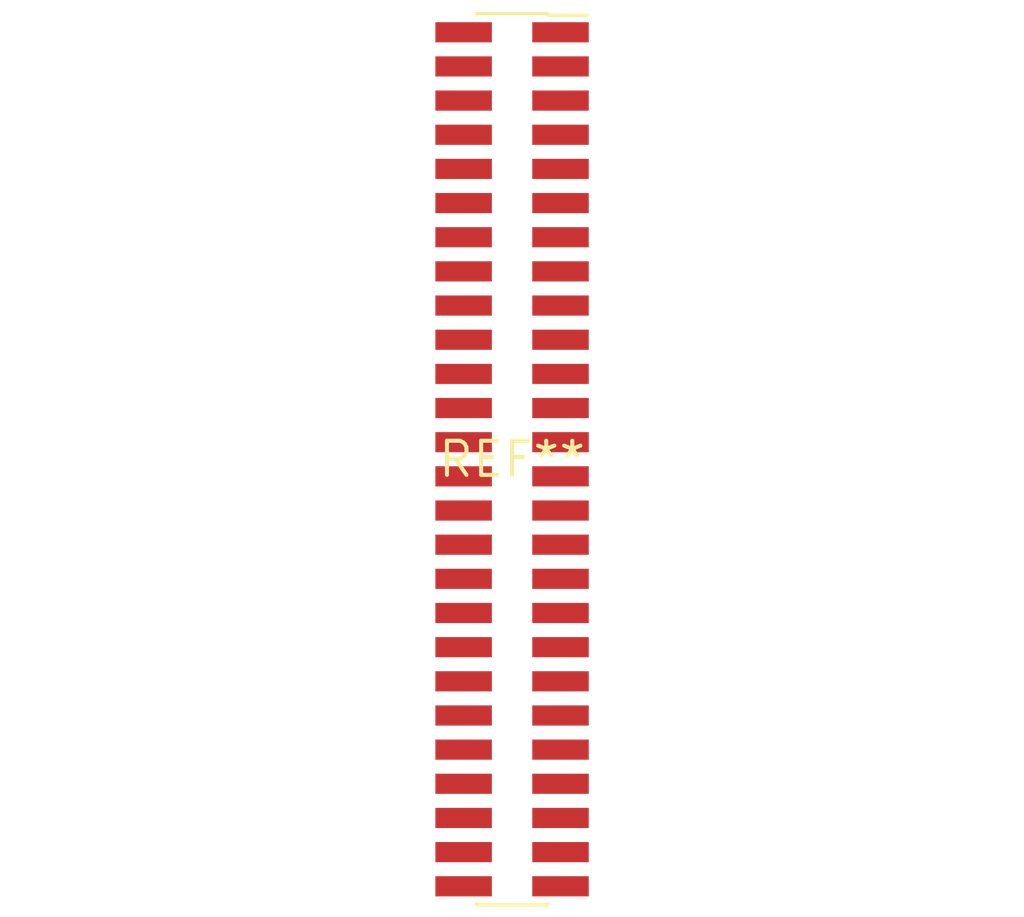
<source format=kicad_pcb>
(kicad_pcb (version 20240108) (generator pcbnew)
  (layers (0 "F.Cu" signal) (31 "B.Cu" signal) (34 "B.Paste" user) (35 "F.Paste" user) (36 "B.SilkS" user "B.Silkscreen") (37 "F.SilkS" user "F.Silkscreen") (38 "B.Mask" user) (39 "F.Mask" user) (44 "Edge.Cuts" user))
  (net 0 "")
  (footprint "PinSocket_2x26_P1.27mm_Vertical_SMD" (layer "F.Cu") (at 0 0)
    (property "Reference" "REF**")
    (property "Value" "PinSocket_2x26_P1.27mm_Vertical_SMD")
    (fp_line (start -1.33 -16.57) (end -1.33 -16.51) (layer "F.SilkS") (stroke (width 0.12)))
    (fp_line (start -1.33 -16.57) (end 1.33 -16.57) (layer "F.SilkS") (stroke (width 0.12)))
    (fp_line (start -1.33 16.51) (end -1.33 16.57) (layer "F.SilkS") (stroke (width 0.12)))
    (fp_line (start -1.33 16.57) (end 1.33 16.57) (layer "F.SilkS") (stroke (width 0.12)))
    (fp_line (start 1.33 -16.57) (end 1.33 -16.51) (layer "F.SilkS") (stroke (width 0.12)))
    (fp_line (start 1.33 -16.51) (end 2.79 -16.51) (layer "F.SilkS") (stroke (width 0.12)))
    (fp_line (start 1.33 16.51) (end 1.33 16.57) (layer "F.SilkS") (stroke (width 0.12)))
    (pad "1" smd rect (at 1.8 -15.875) (size 2.1 0.75) (layers "F.Cu" "F.Paste" "F.Mask"))
    (pad "2" smd rect (at -1.8 -15.875) (size 2.1 0.75) (layers "F.Cu" "F.Paste" "F.Mask"))
    (pad "3" smd rect (at 1.8 -14.605) (size 2.1 0.75) (layers "F.Cu" "F.Paste" "F.Mask"))
    (pad "4" smd rect (at -1.8 -14.605) (size 2.1 0.75) (layers "F.Cu" "F.Paste" "F.Mask"))
    (pad "5" smd rect (at 1.8 -13.335) (size 2.1 0.75) (layers "F.Cu" "F.Paste" "F.Mask"))
    (pad "6" smd rect (at -1.8 -13.335) (size 2.1 0.75) (layers "F.Cu" "F.Paste" "F.Mask"))
    (pad "7" smd rect (at 1.8 -12.065) (size 2.1 0.75) (layers "F.Cu" "F.Paste" "F.Mask"))
    (pad "8" smd rect (at -1.8 -12.065) (size 2.1 0.75) (layers "F.Cu" "F.Paste" "F.Mask"))
    (pad "9" smd rect (at 1.8 -10.795) (size 2.1 0.75) (layers "F.Cu" "F.Paste" "F.Mask"))
    (pad "10" smd rect (at -1.8 -10.795) (size 2.1 0.75) (layers "F.Cu" "F.Paste" "F.Mask"))
    (pad "11" smd rect (at 1.8 -9.525) (size 2.1 0.75) (layers "F.Cu" "F.Paste" "F.Mask"))
    (pad "12" smd rect (at -1.8 -9.525) (size 2.1 0.75) (layers "F.Cu" "F.Paste" "F.Mask"))
    (pad "13" smd rect (at 1.8 -8.255) (size 2.1 0.75) (layers "F.Cu" "F.Paste" "F.Mask"))
    (pad "14" smd rect (at -1.8 -8.255) (size 2.1 0.75) (layers "F.Cu" "F.Paste" "F.Mask"))
    (pad "15" smd rect (at 1.8 -6.985) (size 2.1 0.75) (layers "F.Cu" "F.Paste" "F.Mask"))
    (pad "16" smd rect (at -1.8 -6.985) (size 2.1 0.75) (layers "F.Cu" "F.Paste" "F.Mask"))
    (pad "17" smd rect (at 1.8 -5.715) (size 2.1 0.75) (layers "F.Cu" "F.Paste" "F.Mask"))
    (pad "18" smd rect (at -1.8 -5.715) (size 2.1 0.75) (layers "F.Cu" "F.Paste" "F.Mask"))
    (pad "19" smd rect (at 1.8 -4.445) (size 2.1 0.75) (layers "F.Cu" "F.Paste" "F.Mask"))
    (pad "20" smd rect (at -1.8 -4.445) (size 2.1 0.75) (layers "F.Cu" "F.Paste" "F.Mask"))
    (pad "21" smd rect (at 1.8 -3.175) (size 2.1 0.75) (layers "F.Cu" "F.Paste" "F.Mask"))
    (pad "22" smd rect (at -1.8 -3.175) (size 2.1 0.75) (layers "F.Cu" "F.Paste" "F.Mask"))
    (pad "23" smd rect (at 1.8 -1.905) (size 2.1 0.75) (layers "F.Cu" "F.Paste" "F.Mask"))
    (pad "24" smd rect (at -1.8 -1.905) (size 2.1 0.75) (layers "F.Cu" "F.Paste" "F.Mask"))
    (pad "25" smd rect (at 1.8 -0.635) (size 2.1 0.75) (layers "F.Cu" "F.Paste" "F.Mask"))
    (pad "26" smd rect (at -1.8 -0.635) (size 2.1 0.75) (layers "F.Cu" "F.Paste" "F.Mask"))
    (pad "27" smd rect (at 1.8 0.635) (size 2.1 0.75) (layers "F.Cu" "F.Paste" "F.Mask"))
    (pad "28" smd rect (at -1.8 0.635) (size 2.1 0.75) (layers "F.Cu" "F.Paste" "F.Mask"))
    (pad "29" smd rect (at 1.8 1.905) (size 2.1 0.75) (layers "F.Cu" "F.Paste" "F.Mask"))
    (pad "30" smd rect (at -1.8 1.905) (size 2.1 0.75) (layers "F.Cu" "F.Paste" "F.Mask"))
    (pad "31" smd rect (at 1.8 3.175) (size 2.1 0.75) (layers "F.Cu" "F.Paste" "F.Mask"))
    (pad "32" smd rect (at -1.8 3.175) (size 2.1 0.75) (layers "F.Cu" "F.Paste" "F.Mask"))
    (pad "33" smd rect (at 1.8 4.445) (size 2.1 0.75) (layers "F.Cu" "F.Paste" "F.Mask"))
    (pad "34" smd rect (at -1.8 4.445) (size 2.1 0.75) (layers "F.Cu" "F.Paste" "F.Mask"))
    (pad "35" smd rect (at 1.8 5.715) (size 2.1 0.75) (layers "F.Cu" "F.Paste" "F.Mask"))
    (pad "36" smd rect (at -1.8 5.715) (size 2.1 0.75) (layers "F.Cu" "F.Paste" "F.Mask"))
    (pad "37" smd rect (at 1.8 6.985) (size 2.1 0.75) (layers "F.Cu" "F.Paste" "F.Mask"))
    (pad "38" smd rect (at -1.8 6.985) (size 2.1 0.75) (layers "F.Cu" "F.Paste" "F.Mask"))
    (pad "39" smd rect (at 1.8 8.255) (size 2.1 0.75) (layers "F.Cu" "F.Paste" "F.Mask"))
    (pad "40" smd rect (at -1.8 8.255) (size 2.1 0.75) (layers "F.Cu" "F.Paste" "F.Mask"))
    (pad "41" smd rect (at 1.8 9.525) (size 2.1 0.75) (layers "F.Cu" "F.Paste" "F.Mask"))
    (pad "42" smd rect (at -1.8 9.525) (size 2.1 0.75) (layers "F.Cu" "F.Paste" "F.Mask"))
    (pad "43" smd rect (at 1.8 10.795) (size 2.1 0.75) (layers "F.Cu" "F.Paste" "F.Mask"))
    (pad "44" smd rect (at -1.8 10.795) (size 2.1 0.75) (layers "F.Cu" "F.Paste" "F.Mask"))
    (pad "45" smd rect (at 1.8 12.065) (size 2.1 0.75) (layers "F.Cu" "F.Paste" "F.Mask"))
    (pad "46" smd rect (at -1.8 12.065) (size 2.1 0.75) (layers "F.Cu" "F.Paste" "F.Mask"))
    (pad "47" smd rect (at 1.8 13.335) (size 2.1 0.75) (layers "F.Cu" "F.Paste" "F.Mask"))
    (pad "48" smd rect (at -1.8 13.335) (size 2.1 0.75) (layers "F.Cu" "F.Paste" "F.Mask"))
    (pad "49" smd rect (at 1.8 14.605) (size 2.1 0.75) (layers "F.Cu" "F.Paste" "F.Mask"))
    (pad "50" smd rect (at -1.8 14.605) (size 2.1 0.75) (layers "F.Cu" "F.Paste" "F.Mask"))
    (pad "51" smd rect (at 1.8 15.875) (size 2.1 0.75) (layers "F.Cu" "F.Paste" "F.Mask"))
    (pad "52" smd rect (at -1.8 15.875) (size 2.1 0.75) (layers "F.Cu" "F.Paste" "F.Mask"))
  )
)
</source>
